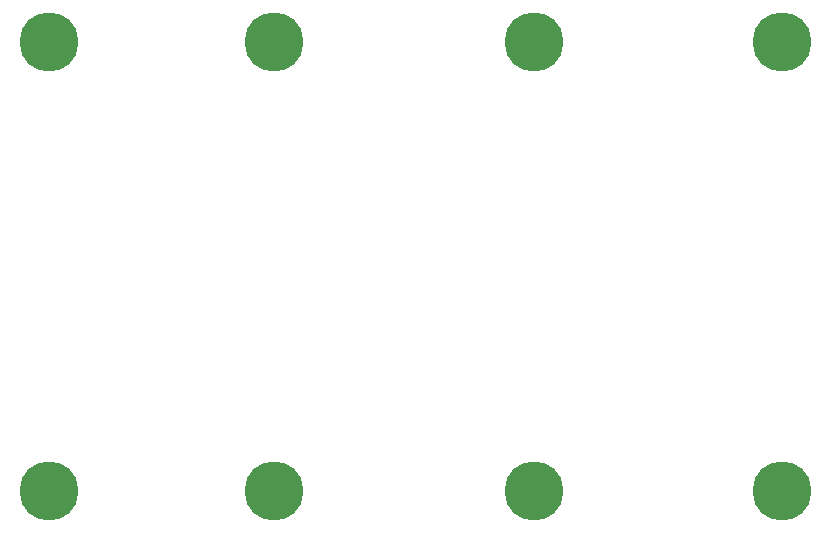
<source format=gbs>
G04 #@! TF.GenerationSoftware,KiCad,Pcbnew,8.0.2-1.fc40*
G04 #@! TF.CreationDate,2024-05-26T07:40:06-07:00*
G04 #@! TF.ProjectId,busicard-middle,62757369-6361-4726-942d-6d6964646c65,rev?*
G04 #@! TF.SameCoordinates,Original*
G04 #@! TF.FileFunction,Soldermask,Bot*
G04 #@! TF.FilePolarity,Negative*
%FSLAX46Y46*%
G04 Gerber Fmt 4.6, Leading zero omitted, Abs format (unit mm)*
G04 Created by KiCad (PCBNEW 8.0.2-1.fc40) date 2024-05-26 07:40:06*
%MOMM*%
%LPD*%
G01*
G04 APERTURE LIST*
%ADD10C,5.000000*%
G04 APERTURE END LIST*
D10*
G04 #@! TO.C,TP9*
X175000000Y-119000000D03*
G04 #@! TD*
G04 #@! TO.C,TP1*
X175000000Y-81000000D03*
G04 #@! TD*
G04 #@! TO.C,TP10*
X134000000Y-81000000D03*
G04 #@! TD*
G04 #@! TO.C,TP5*
X196000000Y-119000000D03*
G04 #@! TD*
G04 #@! TO.C,TP6*
X196000000Y-81000000D03*
G04 #@! TD*
G04 #@! TO.C,TP8*
X153000000Y-81000000D03*
G04 #@! TD*
G04 #@! TO.C,TP4*
X134000000Y-119000000D03*
G04 #@! TD*
G04 #@! TO.C,TP7*
X153000000Y-119000000D03*
G04 #@! TD*
M02*

</source>
